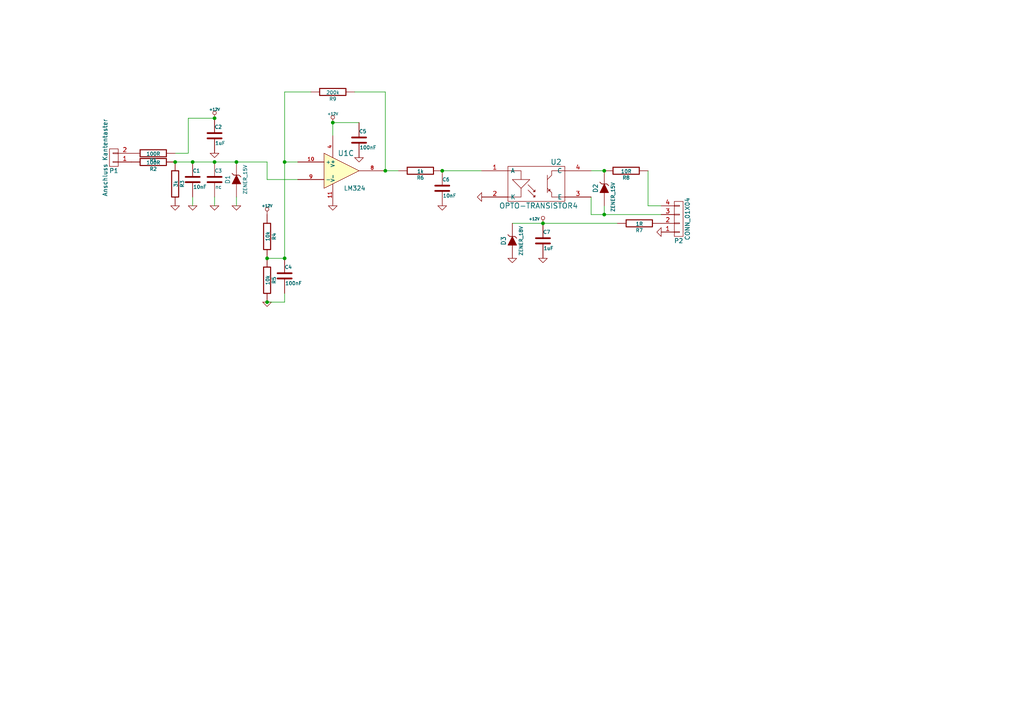
<source format=kicad_sch>
(kicad_sch (version 20230121) (generator eeschema)
  (paper "A4")
  (lib_symbols
    (symbol "Kantentaster-rescue:+12V" (power) (pin_numbers hide) (pin_names (offset 0))
      (property "Value" "+12V" (at 0 2.54 0))
      (symbol "+12V_0_0"
        (pin power_in line (at 0 0 90) (length 0) hide (name "+12V") (number "1"))
      )
      (symbol "+12V_0_1"
        (polyline (pts (xy 0 0) (xy 0 1.016) (xy 0 1.016)))
        (circle (center 0 1.524) (radius 0.508))
      )
    )
    (symbol "Kantentaster-rescue:C" (pin_numbers hide) (pin_names (offset 0.254))
      (property "Reference" "C" (at 0 2.54 0))
      (property "Value" "C" (at 0.1524 -2.159 0))
      (symbol "C_0_1"
        (polyline (pts (xy -2.032 -0.762) (xy 2.032 -0.762)) (stroke (width 0.508)))
        (polyline (pts (xy -2.032 0.762) (xy 2.032 0.762)) (stroke (width 0.508)))
      )
      (symbol "C_1_1"
        (pin passive line (at 0 5.08 270) (length 4.318) (name "~") (number "1"))
        (pin passive line (at 0 -5.08 90) (length 4.318) (name "~") (number "2"))
      )
    )
    (symbol "Kantentaster-rescue:CONN_01X02" (pin_names (offset 1.016) hide)
      (property "Reference" "P" (at 0 3.81 0))
      (property "Value" "CONN_01X02" (at 2.54 0 90))
      (symbol "CONN_01X02_0_1"
        (rectangle (start -1.27 -1.143) (end 0.254 -1.397))
        (rectangle (start -1.27 1.397) (end 0.254 1.143))
        (rectangle (start -1.27 2.54) (end 1.27 -2.54))
      )
      (symbol "CONN_01X02_1_1"
        (pin passive line (at -5.08 1.27 0) (length 3.81) (name "P1") (number "1"))
        (pin passive line (at -5.08 -1.27 0) (length 3.81) (name "P2") (number "2"))
      )
    )
    (symbol "Kantentaster-rescue:CONN_01X04" (pin_names (offset 1.016) hide)
      (property "Reference" "P" (at 0 6.35 0))
      (property "Value" "CONN_01X04" (at 2.54 0 90))
      (symbol "CONN_01X04_0_1"
        (rectangle (start -1.27 -3.683) (end 0.254 -3.937))
        (rectangle (start -1.27 -1.143) (end 0.254 -1.397))
        (rectangle (start -1.27 1.397) (end 0.254 1.143))
        (rectangle (start -1.27 3.937) (end 0.254 3.683))
        (rectangle (start -1.27 5.08) (end 1.27 -5.08))
      )
      (symbol "CONN_01X04_1_1"
        (pin passive line (at -5.08 3.81 0) (length 3.81) (name "P1") (number "1"))
        (pin passive line (at -5.08 1.27 0) (length 3.81) (name "P2") (number "2"))
        (pin passive line (at -5.08 -1.27 0) (length 3.81) (name "P3") (number "3"))
        (pin passive line (at -5.08 -3.81 0) (length 3.81) (name "P4") (number "4"))
      )
    )
    (symbol "Kantentaster-rescue:GND" (power) (pin_names (offset 0))
      (symbol "GND_0_1"
        (polyline (pts (xy -1.27 0) (xy 0 -1.27) (xy 1.27 0) (xy -1.27 0)))
      )
      (symbol "GND_1_1"
        (pin power_in line (at 0 0 90) (length 0) hide (name "GND") (number "1"))
      )
    )
    (symbol "Kantentaster-rescue:LM324"
      (property "Reference" "U" (at 1.27 5.08 0))
      (property "Value" "LM324" (at 3.81 -5.08 0))
      (symbol "LM324_0_1"
        (polyline (pts (xy -5.08 5.08) (xy 5.08 0) (xy -5.08 -5.08) (xy -5.08 5.08)) (stroke (width 0.1524)) (fill (type background)))
        (pin power_in line (at -2.54 -10.16 90) (length 6.35) (name "V-") (number "11"))
        (pin power_in line (at -2.54 10.16 270) (length 6.35) (name "V+") (number "4"))
      )
      (symbol "LM324_1_1"
        (pin output line (at 12.7 0 180) (length 7.62) (name "~") (number "1"))
        (pin input line (at -12.7 -2.54 0) (length 7.62) (name "-") (number "2"))
        (pin input line (at -12.7 2.54 0) (length 7.62) (name "+") (number "3"))
      )
      (symbol "LM324_2_1"
        (pin input line (at -12.7 2.54 0) (length 7.62) (name "+") (number "5"))
        (pin input line (at -12.7 -2.54 0) (length 7.62) (name "-") (number "6"))
        (pin output line (at 12.7 0 180) (length 7.62) (name "~") (number "7"))
      )
      (symbol "LM324_3_1"
        (pin input line (at -12.7 2.54 0) (length 7.62) (name "+") (number "10"))
        (pin output line (at 12.7 0 180) (length 7.62) (name "~") (number "8"))
        (pin input line (at -12.7 -2.54 0) (length 7.62) (name "-") (number "9"))
      )
      (symbol "LM324_4_1"
        (pin input line (at -12.7 2.54 0) (length 7.62) (name "+") (number "12"))
        (pin input line (at -12.7 -2.54 0) (length 7.62) (name "-") (number "13"))
        (pin output line (at 12.7 0 180) (length 7.62) (name "~") (number "14"))
      )
    )
    (symbol "Kantentaster-rescue:OPTO-TRANSISTOR4" (pin_names (offset 0.762))
      (property "Reference" "U" (at 5.08 6.35 0))
      (property "Value" "OPTO-TRANSISTOR4" (at 0 -6.35 0))
      (symbol "OPTO-TRANSISTOR4_0_1"
        (rectangle (start -8.89 5.08) (end 7.62 -5.08))
        (polyline (pts (xy -8.89 -3.81) (xy -7.62 -3.81) (xy -7.62 -3.81)))
        (polyline (pts (xy -8.89 3.81) (xy -7.62 3.81) (xy -7.62 3.81)))
        (polyline (pts (xy -1.524 -2.286) (xy -1.016 -1.778) (xy -1.016 -1.778)))
        (polyline (pts (xy 2.54 2.54) (xy 2.54 -2.54) (xy 2.54 -2.54)))
        (polyline (pts (xy 7.62 -3.81) (xy 6.35 -3.81) (xy 6.35 -3.81)))
        (polyline (pts (xy 7.62 3.81) (xy 6.35 3.81) (xy 6.35 3.81)))
        (polyline (pts (xy -5.08 -1.27) (xy -5.08 -3.81) (xy -7.62 -3.81) (xy -7.62 -3.81)))
        (polyline (pts (xy 2.54 -1.27) (xy 3.81 -2.54) (xy 3.81 -3.81) (xy 6.35 -3.81) (xy 6.35 -3.81)))
        (polyline (pts (xy 2.54 1.27) (xy 3.81 2.54) (xy 3.81 3.81) (xy 6.35 3.81) (xy 6.35 3.81)))
        (polyline (pts (xy 2.794 -2.032) (xy 3.302 -1.524) (xy 3.302 -2.032) (xy 2.794 -2.032) (xy 2.794 -2.032)))
        (polyline (pts (xy -3.048 -0.254) (xy -1.016 -2.286) (xy -1.016 -1.778) (xy -1.016 -2.286) (xy -1.524 -2.286) (xy -1.524 -2.286)))
        (polyline (pts (xy -3.048 -1.778) (xy -1.016 -3.81) (xy -1.016 -3.302) (xy -1.016 -3.81) (xy -1.524 -3.81) (xy -1.016 -3.302) (xy -1.016 -3.302)))
        (polyline (pts (xy -7.62 3.81) (xy -5.08 3.81) (xy -5.08 1.27) (xy -7.62 1.27) (xy -5.08 -1.27) (xy -2.54 1.27) (xy -5.08 1.27) (xy -5.08 1.27)))
      )
      (symbol "OPTO-TRANSISTOR4_1_1"
        (pin input line (at -16.51 3.81 0) (length 7.62) (name "A") (number "1"))
        (pin input line (at -16.51 -3.81 0) (length 7.62) (name "K") (number "2"))
        (pin output line (at 15.24 -3.81 180) (length 7.62) (name "E") (number "3"))
        (pin output line (at 15.24 3.81 180) (length 7.62) (name "C") (number "4"))
      )
    )
    (symbol "Kantentaster-rescue:R" (pin_numbers hide) (pin_names (offset 0))
      (property "Reference" "R" (at 2.032 0 90))
      (property "Value" "R" (at 0.1778 0.0254 90))
      (symbol "R_0_1"
        (rectangle (start -1.016 3.81) (end 1.016 -3.81) (stroke (width 0.3048)))
      )
      (symbol "R_1_1"
        (pin passive line (at 0 6.35 270) (length 2.54) (name "~") (number "1"))
        (pin passive line (at 0 -6.35 90) (length 2.54) (name "~") (number "2"))
      )
    )
    (symbol "Kantentaster-rescue:ZENER" (pin_numbers hide) (pin_names (offset 1.016) hide)
      (property "Reference" "D" (at 0 2.54 0))
      (property "Value" "ZENER" (at 0 -2.54 0))
      (symbol "ZENER_0_1"
        (polyline (pts (xy 1.27 0) (xy -1.27 1.27) (xy -1.27 -1.27) (xy 1.27 0) (xy 1.27 0)) (fill (type outline)))
        (polyline (pts (xy 1.778 1.27) (xy 1.27 0.762) (xy 1.27 -0.762) (xy 0.762 -1.27) (xy 0.762 -1.27)) (stroke (width 0.2032)))
      )
      (symbol "ZENER_1_1"
        (pin passive line (at -5.08 0 0) (length 3.81) (name "A") (number "1"))
        (pin passive line (at 5.08 0 180) (length 3.81) (name "K") (number "2"))
      )
    )
  )
  (junction (at 175.26 62.23))
  (junction (at 50.8 46.99))
  (junction (at 157.48 64.77))
  (junction (at 175.26 49.53))
  (junction (at 128.27 49.53))
  (junction (at 62.23 46.99))
  (junction (at 55.88 46.99))
  (junction (at 68.58 46.99))
  (junction (at 77.47 87.63))
  (junction (at 77.47 74.93))
  (junction (at 82.55 46.99))
  (junction (at 62.23 34.29))
  (junction (at 111.76 49.53))
  (junction (at 82.55 74.93))
  (junction (at 96.52 35.56))
  (wire (pts (xy 68.58 57.15) (xy 68.58 59.69)))
  (wire (pts (xy 82.55 87.63) (xy 82.55 85.09)))
  (wire (pts (xy 82.55 26.67) (xy 82.55 46.99)))
  (wire (pts (xy 77.47 52.07) (xy 86.36 52.07)))
  (wire (pts (xy 175.26 62.23) (xy 191.77 62.23)))
  (wire (pts (xy 55.88 46.99) (xy 62.23 46.99)))
  (wire (pts (xy 62.23 57.15) (xy 62.23 59.69)))
  (wire (pts (xy 148.59 64.77) (xy 157.48 64.77)))
  (wire (pts (xy 55.88 57.15) (xy 55.88 59.69)))
  (wire (pts (xy 96.52 35.56) (xy 104.14 35.56)))
  (wire (pts (xy 171.45 62.23) (xy 175.26 62.23)))
  (wire (pts (xy 171.45 49.53) (xy 175.26 49.53)))
  (wire (pts (xy 102.87 26.67) (xy 111.76 26.67)))
  (wire (pts (xy 82.55 46.99) (xy 86.36 46.99)))
  (wire (pts (xy 171.45 57.15) (xy 171.45 62.23)))
  (wire (pts (xy 54.61 34.29) (xy 62.23 34.29)))
  (wire (pts (xy 50.8 44.45) (xy 54.61 44.45)))
  (wire (pts (xy 187.96 59.69) (xy 191.77 59.69)))
  (wire (pts (xy 62.23 46.99) (xy 68.58 46.99)))
  (wire (pts (xy 111.76 26.67) (xy 111.76 49.53)))
  (wire (pts (xy 175.26 59.69) (xy 175.26 62.23)))
  (wire (pts (xy 77.47 87.63) (xy 82.55 87.63)))
  (wire (pts (xy 157.48 64.77) (xy 179.07 64.77)))
  (wire (pts (xy 128.27 49.53) (xy 139.7 49.53)))
  (wire (pts (xy 68.58 46.99) (xy 77.47 46.99)))
  (wire (pts (xy 54.61 44.45) (xy 54.61 34.29)))
  (wire (pts (xy 50.8 46.99) (xy 55.88 46.99)))
  (wire (pts (xy 82.55 74.93) (xy 77.47 74.93)))
  (wire (pts (xy 96.52 39.37) (xy 96.52 35.56)))
  (wire (pts (xy 82.55 46.99) (xy 82.55 74.93)))
  (wire (pts (xy 111.76 49.53) (xy 115.57 49.53)))
  (wire (pts (xy 90.17 26.67) (xy 82.55 26.67)))
  (wire (pts (xy 77.47 46.99) (xy 77.47 52.07)))
  (wire (pts (xy 187.96 49.53) (xy 187.96 59.69)))
  (symbol (lib_id "Kantentaster-rescue:CONN_01X02") (at 33.02 45.72 180) (unit 1)
    (property "Reference" "P1" (at 33.02 49.53 0))
    (property "Value" "Anschluss Kantentaster" (at 30.48 45.72 90))
    (property "Footprint" "Pin_Headers:Pin_Header_Angled_1x02" (effects hide))
  )
  (symbol (lib_id "Kantentaster-rescue:R") (at 50.8 53.34 0) (unit 1)
    (property "Reference" "R3" (at 52.832 53.34 90) (effects (font (size 1.016 1.016))))
    (property "Value" "3k" (at 50.9778 53.3146 90) (effects (font (size 1.016 1.016))))
    (property "Footprint" "Resistors_SMD:R_0805" (effects hide))
  )
  (symbol (lib_id "Kantentaster-rescue:C") (at 55.88 52.07 0) (unit 1)
    (property "Reference" "C1" (at 55.88 49.53 0) (effects (font (size 1.016 1.016)) (justify left)))
    (property "Value" "10nF" (at 56.0324 54.229 0) (effects (font (size 1.016 1.016)) (justify left)))
    (property "Footprint" "Capacitors_SMD:C_0603" (effects hide))
  )
  (symbol (lib_id "Kantentaster-rescue:C") (at 62.23 52.07 0) (unit 1)
    (property "Reference" "C3" (at 62.23 49.53 0) (effects (font (size 1.016 1.016)) (justify left)))
    (property "Value" "nc" (at 62.3824 54.229 0) (effects (font (size 1.016 1.016)) (justify left)))
    (property "Footprint" "Capacitors_SMD:C_0805" (effects hide))
  )
  (symbol (lib_id "Kantentaster-rescue:ZENER") (at 68.58 52.07 90) (unit 1)
    (property "Reference" "D1" (at 66.04 52.07 0))
    (property "Value" "ZENER_15V" (at 71.12 52.07 0) (effects (font (size 1.016 1.016))))
    (property "Footprint" "Diodes_SMD:Diode-SMB_Handsoldering" (effects hide))
  )
  (symbol (lib_id "Kantentaster-rescue:R") (at 44.45 46.99 270) (unit 1)
    (property "Reference" "R2" (at 44.45 49.022 90) (effects (font (size 1.016 1.016))))
    (property "Value" "100R" (at 44.4754 47.1678 90) (effects (font (size 1.016 1.016))))
    (property "Footprint" "Resistors_SMD:R_0805" (effects hide))
  )
  (symbol (lib_id "Kantentaster-rescue:GND") (at 50.8 59.69 0) (unit 1)
    (property "Reference" "#PWR01" (effects hide))
    (property "Value" "GND" (effects hide))
  )
  (symbol (lib_id "Kantentaster-rescue:GND") (at 55.88 59.69 0) (unit 1)
    (property "Reference" "#PWR02" (effects hide))
    (property "Value" "GND" (effects hide))
  )
  (symbol (lib_id "Kantentaster-rescue:GND") (at 62.23 59.69 0) (unit 1)
    (property "Reference" "#PWR03" (effects hide))
    (property "Value" "GND" (effects hide))
  )
  (symbol (lib_id "Kantentaster-rescue:GND") (at 68.58 59.69 0) (unit 1)
    (property "Reference" "#PWR04" (effects hide))
    (property "Value" "GND" (effects hide))
  )
  (symbol (lib_id "Kantentaster-rescue:R") (at 44.45 44.45 270) (unit 1)
    (property "Reference" "R1" (at 44.45 46.482 90) (effects (font (size 1.016 1.016))))
    (property "Value" "100R" (at 44.4754 44.6278 90) (effects (font (size 1.016 1.016))))
    (property "Footprint" "Resistors_SMD:R_0805" (effects hide))
  )
  (symbol (lib_id "Kantentaster-rescue:+12V") (at 62.23 34.29 0) (unit 1)
    (property "Reference" "#PWR05" (effects hide))
    (property "Value" "+12V" (at 62.23 31.75 0) (effects (font (size 0.762 0.762))))
  )
  (symbol (lib_id "Kantentaster-rescue:C") (at 62.23 39.37 0) (unit 1)
    (property "Reference" "C2" (at 62.23 36.83 0) (effects (font (size 1.016 1.016)) (justify left)))
    (property "Value" "1uF" (at 62.3824 41.529 0) (effects (font (size 1.016 1.016)) (justify left)))
    (property "Footprint" "Capacitors_SMD:C_1206" (effects hide))
  )
  (symbol (lib_id "Kantentaster-rescue:GND") (at 62.23 44.45 0) (unit 1)
    (property "Reference" "#PWR06" (effects hide))
    (property "Value" "GND" (effects hide))
  )
  (symbol (lib_id "Kantentaster-rescue:GND") (at 96.52 59.69 0) (unit 1)
    (property "Reference" "#PWR07" (effects hide))
    (property "Value" "GND" (effects hide))
  )
  (symbol (lib_id "Kantentaster-rescue:+12V") (at 96.52 35.56 0) (unit 1)
    (property "Reference" "#PWR08" (effects hide))
    (property "Value" "+12V" (at 96.52 33.02 0) (effects (font (size 0.762 0.762))))
  )
  (symbol (lib_id "Kantentaster-rescue:R") (at 77.47 68.58 0) (unit 1)
    (property "Reference" "R4" (at 79.502 68.58 90) (effects (font (size 1.016 1.016))))
    (property "Value" "10k" (at 77.6478 68.5546 90) (effects (font (size 1.016 1.016))))
    (property "Footprint" "Resistors_SMD:R_0805" (effects hide))
  )
  (symbol (lib_id "Kantentaster-rescue:R") (at 77.47 81.28 0) (unit 1)
    (property "Reference" "R5" (at 79.502 81.28 90) (effects (font (size 1.016 1.016))))
    (property "Value" "10k" (at 77.6478 81.2546 90) (effects (font (size 1.016 1.016))))
    (property "Footprint" "Resistors_SMD:R_0805" (effects hide))
  )
  (symbol (lib_id "Kantentaster-rescue:C") (at 82.55 80.01 0) (unit 1)
    (property "Reference" "C4" (at 82.55 77.47 0) (effects (font (size 1.016 1.016)) (justify left)))
    (property "Value" "100nF" (at 82.7024 82.169 0) (effects (font (size 1.016 1.016)) (justify left)))
    (property "Footprint" "Capacitors_SMD:C_0603" (effects hide))
  )
  (symbol (lib_id "Kantentaster-rescue:+12V") (at 77.47 62.23 0) (unit 1)
    (property "Reference" "#PWR09" (effects hide))
    (property "Value" "+12V" (at 77.47 59.69 0) (effects (font (size 0.762 0.762))))
  )
  (symbol (lib_id "Kantentaster-rescue:GND") (at 77.47 87.63 0) (unit 1)
    (property "Reference" "#PWR010" (effects hide))
    (property "Value" "GND" (effects hide))
  )
  (symbol (lib_id "Kantentaster-rescue:R") (at 121.92 49.53 270) (unit 1)
    (property "Reference" "R6" (at 121.92 51.562 90) (effects (font (size 1.016 1.016))))
    (property "Value" "1k" (at 121.9454 49.7078 90) (effects (font (size 1.016 1.016))))
    (property "Footprint" "Resistors_SMD:R_0805" (effects hide))
  )
  (symbol (lib_id "Kantentaster-rescue:GND") (at 191.77 67.31 270) (unit 1)
    (property "Reference" "#PWR011" (effects hide))
    (property "Value" "GND" (effects hide))
  )
  (symbol (lib_id "Kantentaster-rescue:+12V") (at 157.48 64.77 0) (unit 1)
    (property "Reference" "#PWR012" (effects hide))
    (property "Value" "+12V" (at 154.94 63.5 0) (effects (font (size 0.762 0.762))))
  )
  (symbol (lib_id "Kantentaster-rescue:R") (at 185.42 64.77 270) (unit 1)
    (property "Reference" "R7" (at 185.42 66.802 90) (effects (font (size 1.016 1.016))))
    (property "Value" "1R" (at 185.4454 64.9478 90) (effects (font (size 1.016 1.016))))
    (property "Footprint" "Resistors_SMD:R_0805" (effects hide))
  )
  (symbol (lib_id "Kantentaster-rescue:C") (at 157.48 69.85 0) (unit 1)
    (property "Reference" "C7" (at 157.48 67.31 0) (effects (font (size 1.016 1.016)) (justify left)))
    (property "Value" "1uF" (at 157.6324 72.009 0) (effects (font (size 1.016 1.016)) (justify left)))
    (property "Footprint" "Capacitors_SMD:C_0805" (effects hide))
  )
  (symbol (lib_id "Kantentaster-rescue:GND") (at 157.48 74.93 0) (unit 1)
    (property "Reference" "#PWR013" (effects hide))
    (property "Value" "GND" (effects hide))
  )
  (symbol (lib_id "Kantentaster-rescue:ZENER") (at 148.59 69.85 90) (unit 1)
    (property "Reference" "D3" (at 146.05 69.85 0))
    (property "Value" "ZENER_18V" (at 151.13 69.85 0) (effects (font (size 1.016 1.016))))
    (property "Footprint" "Diodes_SMD:Diode-SMB_Handsoldering" (effects hide))
  )
  (symbol (lib_id "Kantentaster-rescue:GND") (at 148.59 74.93 0) (unit 1)
    (property "Reference" "#PWR014" (effects hide))
    (property "Value" "GND" (effects hide))
  )
  (symbol (lib_id "Kantentaster-rescue:C") (at 104.14 40.64 0) (unit 1)
    (property "Reference" "C5" (at 104.14 38.1 0) (effects (font (size 1.016 1.016)) (justify left)))
    (property "Value" "100nF" (at 104.2924 42.799 0) (effects (font (size 1.016 1.016)) (justify left)))
    (property "Footprint" "Capacitors_SMD:C_0603" (effects hide))
  )
  (symbol (lib_id "Kantentaster-rescue:GND") (at 104.14 45.72 0) (unit 1)
    (property "Reference" "#PWR015" (effects hide))
    (property "Value" "GND" (effects hide))
  )
  (symbol (lib_id "Kantentaster-rescue:CONN_01X04") (at 196.85 63.5 0) (mirror x) (unit 1)
    (property "Reference" "P2" (at 196.85 69.85 0))
    (property "Value" "CONN_01X04" (at 199.39 63.5 90))
    (property "Footprint" "Pin_Headers:Pin_Header_Angled_1x04" (effects hide))
  )
  (symbol (lib_id "Kantentaster-rescue:OPTO-TRANSISTOR4") (at 156.21 53.34 0) (unit 1)
    (property "Reference" "U2" (at 161.29 46.99 0) (effects (font (size 1.524 1.524))))
    (property "Value" "OPTO-TRANSISTOR4" (at 156.21 59.69 0) (effects (font (size 1.524 1.524))))
    (property "Footprint" "toni:SO-4" (effects hide))
  )
  (symbol (lib_id "Kantentaster-rescue:GND") (at 139.7 57.15 270) (unit 1)
    (property "Reference" "#PWR016" (effects hide))
    (property "Value" "GND" (effects hide))
  )
  (symbol (lib_id "Kantentaster-rescue:ZENER") (at 175.26 54.61 90) (unit 1)
    (property "Reference" "D2" (at 172.72 54.61 0))
    (property "Value" "ZENER_15V" (at 177.8 57.15 0) (effects (font (size 1.016 1.016))))
    (property "Footprint" "Diodes_SMD:Diode-SMA_Handsoldering" (effects hide))
  )
  (symbol (lib_id "Kantentaster-rescue:R") (at 181.61 49.53 270) (unit 1)
    (property "Reference" "R8" (at 181.61 51.562 90) (effects (font (size 1.016 1.016))))
    (property "Value" "10R" (at 181.6354 49.7078 90) (effects (font (size 1.016 1.016))))
    (property "Footprint" "Resistors_SMD:R_0805" (effects hide))
  )
  (symbol (lib_id "Kantentaster-rescue:LM324") (at 99.06 49.53 0) (unit 3)
    (property "Reference" "U1" (at 100.33 44.45 0) (effects (font (size 1.524 1.524))))
    (property "Value" "LM324" (at 102.87 54.61 0))
    (property "Footprint" "SMD_Packages:SOIC-14_N" (effects hide))
  )
  (symbol (lib_id "Kantentaster-rescue:R") (at 96.52 26.67 270) (unit 1)
    (property "Reference" "R9" (at 96.52 28.702 90) (effects (font (size 1.016 1.016))))
    (property "Value" "200k" (at 96.5454 26.8478 90) (effects (font (size 1.016 1.016))))
    (property "Footprint" "Resistors_SMD:R_0805" (effects hide))
  )
  (symbol (lib_id "Kantentaster-rescue:C") (at 128.27 54.61 0) (unit 1)
    (property "Reference" "C6" (at 128.27 52.07 0) (effects (font (size 1.016 1.016)) (justify left)))
    (property "Value" "10nF" (at 128.4224 56.769 0) (effects (font (size 1.016 1.016)) (justify left)))
    (property "Footprint" "Capacitors_SMD:C_0603" (effects hide))
  )
  (symbol (lib_id "Kantentaster-rescue:GND") (at 128.27 59.69 0) (unit 1)
    (property "Reference" "#PWR017" (effects hide))
    (property "Value" "GND" (effects hide))
  )
)
</source>
